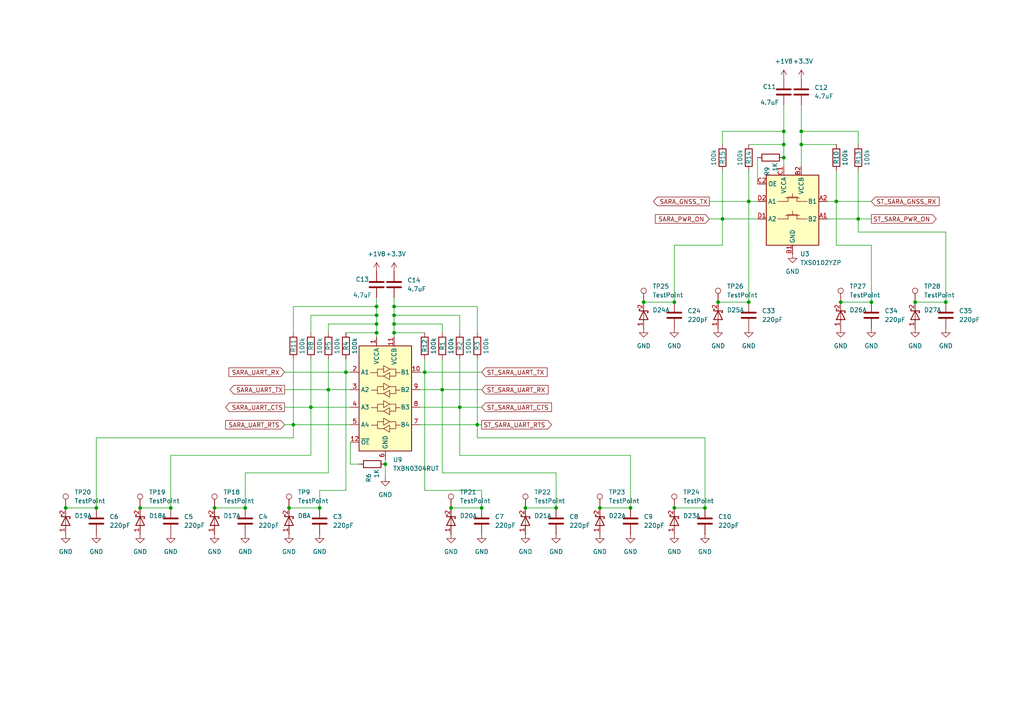
<source format=kicad_sch>
(kicad_sch (version 20231120) (generator "eeschema") (generator_version "8.0")
  (paper "A4")
  (lib_symbols
    (symbol "Connector:TestPoint" (pin_numbers hide) (pin_names (offset 0.762) hide)
      (property "Reference" "TP" (at 0 6.858 0))
      (property "Value" "TestPoint" (at 0 5.08 0))
      (symbol "TestPoint_0_1"
        (circle (center 0 3.302) (radius 0.762))
      )
      (symbol "TestPoint_1_1"
        (pin passive line (at 0 0 90) (length 2.54) (name "1") (number "1"))
      )
    )
    (symbol "Device:C" (pin_numbers hide) (pin_names (offset 0.254))
      (property "Reference" "C" (at 0.635 2.54 0))
      (property "Value" "C" (at 0.635 -2.54 0))
      (symbol "C_0_1"
        (polyline (pts (xy -2.032 -0.762) (xy 2.032 -0.762)) (stroke (width 0.508)))
        (polyline (pts (xy -2.032 0.762) (xy 2.032 0.762)) (stroke (width 0.508)))
      )
      (symbol "C_1_1"
        (pin passive line (at 0 3.81 270) (length 2.794) (name "~") (number "1"))
        (pin passive line (at 0 -3.81 90) (length 2.794) (name "~") (number "2"))
      )
    )
    (symbol "Device:D_Schottky_Dual_CommonAnode_AKK_Split" (pin_names (offset 0.762) hide)
      (property "Reference" "D" (at 0 2.54 0))
      (property "Value" "D_Schottky_Dual_CommonAnode_AKK_Split" (at 0 -2.54 0))
      (symbol "D_Schottky_Dual_CommonAnode_AKK_Split_0_1"
        (polyline (pts (xy 1.27 0) (xy -1.27 0)))
        (polyline (pts (xy -1.27 1.27) (xy 1.27 0) (xy -1.27 -1.27) (xy -1.27 1.27) (xy -1.27 1.27) (xy -1.27 1.27)) (stroke (width 0.254)))
        (polyline (pts (xy 1.778 1.016) (xy 1.778 1.27) (xy 1.27 1.27) (xy 1.27 -1.27) (xy 0.762 -1.27) (xy 0.762 -1.016)) (stroke (width 0.254)))
        (pin passive line (at -3.81 0 0) (length 2.54) (name "A") (number "1"))
      )
      (symbol "D_Schottky_Dual_CommonAnode_AKK_Split_1_1"
        (pin passive line (at 3.81 0 180) (length 2.54) (name "K") (number "2"))
      )
      (symbol "D_Schottky_Dual_CommonAnode_AKK_Split_2_1"
        (pin passive line (at 3.81 0 180) (length 2.54) (name "K") (number "3"))
      )
    )
    (symbol "Device:R" (pin_numbers hide) (pin_names (offset 0))
      (property "Reference" "R" (at 2.032 0 90))
      (property "Value" "R" (at 0 0 90))
      (symbol "R_0_1"
        (rectangle (start -1.016 -2.54) (end 1.016 2.54) (stroke (width 0.254)))
      )
      (symbol "R_1_1"
        (pin passive line (at 0 3.81 270) (length 1.27) (name "~") (number "1"))
        (pin passive line (at 0 -3.81 90) (length 1.27) (name "~") (number "2"))
      )
    )
    (symbol "Logic_LevelTranslator:TXBN0304RUT"
      (property "Reference" "U" (at -6.35 16.51 0))
      (property "Value" "TXBN0304RUT" (at 3.81 16.51 0))
      (symbol "TXBN0304RUT_0_1"
        (rectangle (start -7.62 15.24) (end 7.62 -15.24) (stroke (width 0.254)) (fill (type background)))
        (polyline (pts (xy -2.286 -7.747) (xy -2.286 -6.731) (xy -0.508 -6.731)))
        (polyline (pts (xy -2.286 -2.667) (xy -2.286 -1.651) (xy -0.508 -1.651)))
        (polyline (pts (xy -2.286 2.413) (xy -2.286 3.429) (xy -0.508 3.429)))
        (polyline (pts (xy -2.286 7.493) (xy -2.286 8.509) (xy -0.508 8.509)))
        (polyline (pts (xy 3.048 -7.747) (xy 3.048 -8.763) (xy 1.27 -8.763)))
        (polyline (pts (xy 3.048 -2.667) (xy 3.048 -3.683) (xy 1.27 -3.683)))
        (polyline (pts (xy 3.048 2.413) (xy 3.048 1.397) (xy 1.27 1.397)))
        (polyline (pts (xy 3.048 7.493) (xy 3.048 6.477) (xy 1.27 6.477)))
        (polyline (pts (xy -0.508 -8.763) (xy -2.286 -8.763) (xy -2.286 -7.747) (xy -4.064 -7.747)))
        (polyline (pts (xy -0.508 -8.763) (xy 1.27 -7.747) (xy 1.27 -9.779) (xy -0.508 -8.763)))
        (polyline (pts (xy -0.508 -3.683) (xy -2.286 -3.683) (xy -2.286 -2.667) (xy -4.064 -2.667)))
        (polyline (pts (xy -0.508 -3.683) (xy 1.27 -2.667) (xy 1.27 -4.699) (xy -0.508 -3.683)))
        (polyline (pts (xy -0.508 1.397) (xy -2.286 1.397) (xy -2.286 2.413) (xy -4.064 2.413)))
        (polyline (pts (xy -0.508 1.397) (xy 1.27 2.413) (xy 1.27 0.381) (xy -0.508 1.397)))
        (polyline (pts (xy -0.508 6.477) (xy -2.286 6.477) (xy -2.286 7.493) (xy -4.318 7.493)))
        (polyline (pts (xy -0.508 6.477) (xy 1.27 7.493) (xy 1.27 5.461) (xy -0.508 6.477)))
        (polyline (pts (xy 1.27 -6.731) (xy -0.508 -7.747) (xy -0.508 -5.715) (xy 1.27 -6.731)))
        (polyline (pts (xy 1.27 -6.731) (xy 3.048 -6.731) (xy 3.048 -7.747) (xy 4.318 -7.747)))
        (polyline (pts (xy 1.27 -1.651) (xy -0.508 -2.667) (xy -0.508 -0.635) (xy 1.27 -1.651)))
        (polyline (pts (xy 1.27 -1.651) (xy 3.048 -1.651) (xy 3.048 -2.667) (xy 4.318 -2.667)))
        (polyline (pts (xy 1.27 3.429) (xy -0.508 2.413) (xy -0.508 4.445) (xy 1.27 3.429)))
        (polyline (pts (xy 1.27 3.429) (xy 3.048 3.429) (xy 3.048 2.413) (xy 4.318 2.413)))
        (polyline (pts (xy 1.27 8.509) (xy -0.508 7.493) (xy -0.508 9.525) (xy 1.27 8.509)))
        (polyline (pts (xy 1.27 8.509) (xy 3.048 8.509) (xy 3.048 7.493) (xy 4.318 7.493)))
      )
      (symbol "TXBN0304RUT_1_1"
        (pin power_in line (at -2.54 17.78 270) (length 2.54) (name "VCCA") (number "1"))
        (pin tri_state line (at 10.16 7.62 180) (length 2.54) (name "B1") (number "10"))
        (pin power_in line (at 2.54 17.78 270) (length 2.54) (name "VCCB") (number "11"))
        (pin input line (at -10.16 -12.7 0) (length 2.54) (name "~{OE}") (number "12"))
        (pin tri_state line (at -10.16 7.62 0) (length 2.54) (name "A1") (number "2"))
        (pin tri_state line (at -10.16 2.54 0) (length 2.54) (name "A2") (number "3"))
        (pin tri_state line (at -10.16 -2.54 0) (length 2.54) (name "A3") (number "4"))
        (pin tri_state line (at -10.16 -7.62 0) (length 2.54) (name "A4") (number "5"))
        (pin power_in line (at 0 -17.78 90) (length 2.54) (name "GND") (number "6"))
        (pin tri_state line (at 10.16 -7.62 180) (length 2.54) (name "B4") (number "7"))
        (pin tri_state line (at 10.16 -2.54 180) (length 2.54) (name "B3") (number "8"))
        (pin tri_state line (at 10.16 2.54 180) (length 2.54) (name "B2") (number "9"))
      )
    )
    (symbol "Logic_LevelTranslator:TXS0102YZP"
      (property "Reference" "U" (at -6.35 11.43 0))
      (property "Value" "TXS0102YZP" (at 3.81 11.43 0))
      (symbol "TXS0102YZP_0_1"
        (rectangle (start -7.62 10.16) (end 7.62 -10.16) (stroke (width 0.254)) (fill (type background)))
        (polyline (pts (xy -4.318 -2.54) (xy -1.27 -2.54)))
        (polyline (pts (xy -2.032 -1.524) (xy 2.032 -1.524)))
        (polyline (pts (xy -1.524 -1.27) (xy 1.524 -1.27)))
        (polyline (pts (xy -1.27 -2.54) (xy -1.27 -1.524)))
        (polyline (pts (xy 0 -1.27) (xy 0 -0.254)))
        (polyline (pts (xy 1.27 -2.54) (xy 1.27 -1.524)))
        (polyline (pts (xy 4.318 -2.54) (xy 1.27 -2.54)))
      )
      (symbol "TXS0102YZP_1_1"
        (polyline (pts (xy -4.318 2.54) (xy -1.27 2.54)))
        (polyline (pts (xy -2.032 3.556) (xy 2.032 3.556)))
        (polyline (pts (xy -1.524 3.81) (xy 1.524 3.81)))
        (polyline (pts (xy -1.27 2.54) (xy -1.27 3.556)))
        (polyline (pts (xy 0 3.81) (xy 0 4.826)))
        (polyline (pts (xy 1.27 2.54) (xy 1.27 3.556)))
        (polyline (pts (xy 4.318 2.54) (xy 1.27 2.54)))
        (pin bidirectional line (at 10.16 -2.54 180) (length 2.54) (name "B2") (number "A1"))
        (pin bidirectional line (at 10.16 2.54 180) (length 2.54) (name "B1") (number "A2"))
        (pin power_in line (at 0 -12.7 90) (length 2.54) (name "GND") (number "B1"))
        (pin power_in line (at 2.54 12.7 270) (length 2.54) (name "VCCB") (number "B2"))
        (pin power_in line (at -2.54 12.7 270) (length 2.54) (name "VCCA") (number "C1"))
        (pin input line (at -10.16 7.62 0) (length 2.54) (name "OE") (number "C2"))
        (pin bidirectional line (at -10.16 -2.54 0) (length 2.54) (name "A2") (number "D1"))
        (pin bidirectional line (at -10.16 2.54 0) (length 2.54) (name "A1") (number "D2"))
      )
    )
    (symbol "power:+1V8" (power) (pin_numbers hide) (pin_names (offset 0) hide)
      (property "Value" "+1V8" (at 0 3.556 0))
      (symbol "+1V8_0_1"
        (polyline (pts (xy -0.762 1.27) (xy 0 2.54)))
        (polyline (pts (xy 0 0) (xy 0 2.54)))
        (polyline (pts (xy 0 2.54) (xy 0.762 1.27)))
      )
      (symbol "+1V8_1_1"
        (pin power_in line (at 0 0 90) (length 0) (name "~") (number "1"))
      )
    )
    (symbol "power:+3.3V" (power) (pin_numbers hide) (pin_names (offset 0) hide)
      (property "Value" "+3.3V" (at 0 3.556 0))
      (symbol "+3.3V_0_1"
        (polyline (pts (xy -0.762 1.27) (xy 0 2.54)))
        (polyline (pts (xy 0 0) (xy 0 2.54)))
        (polyline (pts (xy 0 2.54) (xy 0.762 1.27)))
      )
      (symbol "+3.3V_1_1"
        (pin power_in line (at 0 0 90) (length 0) (name "~") (number "1"))
      )
    )
    (symbol "power:GND" (power) (pin_numbers hide) (pin_names (offset 0) hide)
      (property "Value" "GND" (at 0 -3.81 0))
      (symbol "GND_0_1"
        (polyline (pts (xy 0 0) (xy 0 -1.27) (xy 1.27 -1.27) (xy 0 -2.54) (xy -1.27 -1.27) (xy 0 -1.27)))
      )
      (symbol "GND_1_1"
        (pin power_in line (at 0 0 270) (length 0) (name "~") (number "1"))
      )
    )
  )
  (junction (at 130.81 147.32))
  (junction (at 217.17 58.42))
  (junction (at 71.12 147.32))
  (junction (at 139.7 147.32))
  (junction (at 85.09 123.19))
  (junction (at 227.33 38.1))
  (junction (at 195.58 87.63))
  (junction (at 204.47 147.32))
  (junction (at 186.69 87.63))
  (junction (at 232.41 38.1))
  (junction (at 182.88 147.32))
  (junction (at 114.3 91.44))
  (junction (at 49.53 147.32))
  (junction (at 161.29 147.32))
  (junction (at 90.17 118.11))
  (junction (at 133.35 118.11))
  (junction (at 109.22 91.44))
  (junction (at 248.92 63.5))
  (junction (at 95.25 113.03))
  (junction (at 232.41 41.91))
  (junction (at 208.28 87.63))
  (junction (at 123.19 107.95))
  (junction (at 109.22 96.52))
  (junction (at 209.55 63.5))
  (junction (at 274.32 87.63))
  (junction (at 109.22 93.98))
  (junction (at 114.3 96.52))
  (junction (at 111.76 134.62))
  (junction (at 128.27 113.03))
  (junction (at 114.3 88.9))
  (junction (at 109.22 88.9))
  (junction (at 173.99 147.32))
  (junction (at 243.84 87.63))
  (junction (at 152.4 147.32))
  (junction (at 265.43 87.63))
  (junction (at 227.33 41.91))
  (junction (at 27.94 147.32))
  (junction (at 242.57 58.42))
  (junction (at 138.43 123.19))
  (junction (at 227.33 45.72))
  (junction (at 100.33 107.95))
  (junction (at 114.3 93.98))
  (junction (at 252.73 87.63))
  (junction (at 40.64 147.32))
  (junction (at 83.82 147.32))
  (junction (at 19.05 147.32))
  (junction (at 62.23 147.32))
  (junction (at 217.17 87.63))
  (junction (at 92.71 147.32))
  (junction (at 195.58 147.32))
  (wire (pts (xy 95.25 137.16) (xy 71.12 137.16)))
  (wire (pts (xy 109.22 96.52) (xy 109.22 97.79)))
  (wire (pts (xy 274.32 87.63) (xy 265.43 87.63)))
  (wire (pts (xy 90.17 91.44) (xy 109.22 91.44)))
  (wire (pts (xy 100.33 107.95) (xy 100.33 142.24)))
  (wire (pts (xy 138.43 123.19) (xy 138.43 127)))
  (wire (pts (xy 90.17 118.11) (xy 90.17 132.08)))
  (wire (pts (xy 121.92 113.03) (xy 128.27 113.03)))
  (wire (pts (xy 138.43 104.14) (xy 138.43 123.19)))
  (wire (pts (xy 133.35 118.11) (xy 133.35 132.08)))
  (wire (pts (xy 209.55 63.5) (xy 219.71 63.5)))
  (wire (pts (xy 90.17 104.14) (xy 90.17 118.11)))
  (wire (pts (xy 252.73 71.12) (xy 252.73 87.63)))
  (wire (pts (xy 161.29 137.16) (xy 161.29 147.32)))
  (wire (pts (xy 195.58 87.63) (xy 186.69 87.63)))
  (wire (pts (xy 217.17 49.53) (xy 217.17 58.42)))
  (wire (pts (xy 100.33 142.24) (xy 92.71 142.24)))
  (wire (pts (xy 114.3 86.36) (xy 114.3 88.9)))
  (wire (pts (xy 128.27 137.16) (xy 161.29 137.16)))
  (wire (pts (xy 128.27 113.03) (xy 128.27 137.16)))
  (wire (pts (xy 242.57 58.42) (xy 242.57 71.12)))
  (wire (pts (xy 248.92 38.1) (xy 232.41 38.1)))
  (wire (pts (xy 95.25 96.52) (xy 95.25 93.98)))
  (wire (pts (xy 133.35 118.11) (xy 139.7 118.11)))
  (wire (pts (xy 209.55 41.91) (xy 209.55 38.1)))
  (wire (pts (xy 100.33 96.52) (xy 109.22 96.52)))
  (wire (pts (xy 100.33 107.95) (xy 101.6 107.95)))
  (wire (pts (xy 85.09 127) (xy 27.94 127)))
  (wire (pts (xy 95.25 104.14) (xy 95.25 113.03)))
  (wire (pts (xy 242.57 49.53) (xy 242.57 58.42)))
  (wire (pts (xy 90.17 118.11) (xy 101.6 118.11)))
  (wire (pts (xy 232.41 41.91) (xy 242.57 41.91)))
  (wire (pts (xy 92.71 142.24) (xy 92.71 147.32)))
  (wire (pts (xy 232.41 41.91) (xy 232.41 48.26)))
  (wire (pts (xy 128.27 104.14) (xy 128.27 113.03)))
  (wire (pts (xy 248.92 41.91) (xy 248.92 38.1)))
  (wire (pts (xy 92.71 147.32) (xy 83.82 147.32)))
  (wire (pts (xy 121.92 107.95) (xy 123.19 107.95)))
  (wire (pts (xy 133.35 91.44) (xy 114.3 91.44)))
  (wire (pts (xy 82.55 123.19) (xy 85.09 123.19)))
  (wire (pts (xy 182.88 147.32) (xy 173.99 147.32)))
  (wire (pts (xy 133.35 96.52) (xy 133.35 91.44)))
  (wire (pts (xy 217.17 58.42) (xy 217.17 87.63)))
  (wire (pts (xy 240.03 58.42) (xy 242.57 58.42)))
  (wire (pts (xy 49.53 132.08) (xy 49.53 147.32)))
  (wire (pts (xy 109.22 93.98) (xy 109.22 96.52)))
  (wire (pts (xy 71.12 147.32) (xy 62.23 147.32)))
  (wire (pts (xy 111.76 133.35) (xy 111.76 134.62)))
  (wire (pts (xy 123.19 104.14) (xy 123.19 107.95)))
  (wire (pts (xy 95.25 113.03) (xy 101.6 113.03)))
  (wire (pts (xy 182.88 132.08) (xy 182.88 147.32)))
  (wire (pts (xy 232.41 30.48) (xy 232.41 38.1)))
  (wire (pts (xy 204.47 147.32) (xy 195.58 147.32)))
  (wire (pts (xy 227.33 41.91) (xy 227.33 45.72)))
  (wire (pts (xy 138.43 127) (xy 204.47 127)))
  (wire (pts (xy 49.53 147.32) (xy 40.64 147.32)))
  (wire (pts (xy 85.09 123.19) (xy 101.6 123.19)))
  (wire (pts (xy 85.09 123.19) (xy 85.09 127)))
  (wire (pts (xy 71.12 137.16) (xy 71.12 147.32)))
  (wire (pts (xy 217.17 41.91) (xy 227.33 41.91)))
  (wire (pts (xy 252.73 87.63) (xy 243.84 87.63)))
  (wire (pts (xy 109.22 88.9) (xy 109.22 91.44)))
  (wire (pts (xy 240.03 63.5) (xy 248.92 63.5)))
  (wire (pts (xy 114.3 88.9) (xy 114.3 91.44)))
  (wire (pts (xy 205.74 58.42) (xy 217.17 58.42)))
  (wire (pts (xy 100.33 104.14) (xy 100.33 107.95)))
  (wire (pts (xy 121.92 123.19) (xy 138.43 123.19)))
  (wire (pts (xy 95.25 93.98) (xy 109.22 93.98)))
  (wire (pts (xy 138.43 96.52) (xy 138.43 88.9)))
  (wire (pts (xy 138.43 88.9) (xy 114.3 88.9)))
  (wire (pts (xy 242.57 71.12) (xy 252.73 71.12)))
  (wire (pts (xy 232.41 38.1) (xy 232.41 41.91)))
  (wire (pts (xy 85.09 104.14) (xy 85.09 123.19)))
  (wire (pts (xy 121.92 118.11) (xy 133.35 118.11)))
  (wire (pts (xy 227.33 30.48) (xy 227.33 38.1)))
  (wire (pts (xy 139.7 147.32) (xy 130.81 147.32)))
  (wire (pts (xy 123.19 107.95) (xy 123.19 142.24)))
  (wire (pts (xy 109.22 91.44) (xy 109.22 93.98)))
  (wire (pts (xy 274.32 67.31) (xy 274.32 87.63)))
  (wire (pts (xy 27.94 127) (xy 27.94 147.32)))
  (wire (pts (xy 101.6 134.62) (xy 104.14 134.62)))
  (wire (pts (xy 138.43 123.19) (xy 139.7 123.19)))
  (wire (pts (xy 101.6 128.27) (xy 101.6 134.62)))
  (wire (pts (xy 85.09 96.52) (xy 85.09 88.9)))
  (wire (pts (xy 133.35 132.08) (xy 182.88 132.08)))
  (wire (pts (xy 209.55 38.1) (xy 227.33 38.1)))
  (wire (pts (xy 139.7 142.24) (xy 139.7 147.32)))
  (wire (pts (xy 217.17 58.42) (xy 219.71 58.42)))
  (wire (pts (xy 248.92 63.5) (xy 252.73 63.5)))
  (wire (pts (xy 128.27 93.98) (xy 114.3 93.98)))
  (wire (pts (xy 128.27 96.52) (xy 128.27 93.98)))
  (wire (pts (xy 128.27 113.03) (xy 139.7 113.03)))
  (wire (pts (xy 204.47 127) (xy 204.47 147.32)))
  (wire (pts (xy 205.74 63.5) (xy 209.55 63.5)))
  (wire (pts (xy 123.19 142.24) (xy 139.7 142.24)))
  (wire (pts (xy 227.33 48.26) (xy 227.33 45.72)))
  (wire (pts (xy 209.55 49.53) (xy 209.55 63.5)))
  (wire (pts (xy 90.17 96.52) (xy 90.17 91.44)))
  (wire (pts (xy 85.09 88.9) (xy 109.22 88.9)))
  (wire (pts (xy 95.25 113.03) (xy 95.25 137.16)))
  (wire (pts (xy 123.19 107.95) (xy 139.7 107.95)))
  (wire (pts (xy 209.55 71.12) (xy 195.58 71.12)))
  (wire (pts (xy 109.22 86.36) (xy 109.22 88.9)))
  (wire (pts (xy 114.3 91.44) (xy 114.3 93.98)))
  (wire (pts (xy 27.94 147.32) (xy 19.05 147.32)))
  (wire (pts (xy 227.33 38.1) (xy 227.33 41.91)))
  (wire (pts (xy 82.55 107.95) (xy 100.33 107.95)))
  (wire (pts (xy 82.55 118.11) (xy 90.17 118.11)))
  (wire (pts (xy 195.58 71.12) (xy 195.58 87.63)))
  (wire (pts (xy 161.29 147.32) (xy 152.4 147.32)))
  (wire (pts (xy 248.92 49.53) (xy 248.92 63.5)))
  (wire (pts (xy 209.55 63.5) (xy 209.55 71.12)))
  (wire (pts (xy 248.92 63.5) (xy 248.92 67.31)))
  (wire (pts (xy 90.17 132.08) (xy 49.53 132.08)))
  (wire (pts (xy 114.3 93.98) (xy 114.3 96.52)))
  (wire (pts (xy 242.57 58.42) (xy 252.73 58.42)))
  (wire (pts (xy 82.55 113.03) (xy 95.25 113.03)))
  (wire (pts (xy 111.76 134.62) (xy 111.76 138.43)))
  (wire (pts (xy 248.92 67.31) (xy 274.32 67.31)))
  (wire (pts (xy 219.71 45.72) (xy 219.71 53.34)))
  (wire (pts (xy 114.3 96.52) (xy 123.19 96.52)))
  (wire (pts (xy 114.3 96.52) (xy 114.3 97.79)))
  (wire (pts (xy 133.35 104.14) (xy 133.35 118.11)))
  (wire (pts (xy 217.17 87.63) (xy 208.28 87.63)))
  (global_label "ST_SARA_UART_CTS" (shape input) (at 139.7 118.11 0) (property "Intersheetrefs" "${INTERSHEET_REFS}" (effects (hide yes))))
  (global_label "SARA_UART_RX" (shape input) (at 82.55 107.95 180) (property "Intersheetrefs" "${INTERSHEET_REFS}" (effects (hide yes))))
  (global_label "ST_SARA_UART_RX" (shape input) (at 139.7 113.03 0) (property "Intersheetrefs" "${INTERSHEET_REFS}" (effects (hide yes))))
  (global_label "ST_SARA_PWR_ON" (shape output) (at 252.73 63.5 0) (property "Intersheetrefs" "${INTERSHEET_REFS}" (effects (hide yes))))
  (global_label "SARA_PWR_ON" (shape input) (at 205.74 63.5 180) (property "Intersheetrefs" "${INTERSHEET_REFS}" (effects (hide yes))))
  (global_label "SARA_GNSS_TX" (shape output) (at 205.74 58.42 180) (property "Intersheetrefs" "${INTERSHEET_REFS}" (effects (hide yes))))
  (global_label "ST_SARA_UART_TX" (shape input) (at 139.7 107.95 0) (property "Intersheetrefs" "${INTERSHEET_REFS}" (effects (hide yes))))
  (global_label "SARA_UART_RTS" (shape input) (at 82.55 123.19 180) (property "Intersheetrefs" "${INTERSHEET_REFS}" (effects (hide yes))))
  (global_label "ST_SARA_GNSS_RX" (shape input) (at 252.73 58.42 0) (property "Intersheetrefs" "${INTERSHEET_REFS}" (effects (hide yes))))
  (global_label "SARA_UART_CTS" (shape output) (at 82.55 118.11 180) (property "Intersheetrefs" "${INTERSHEET_REFS}" (effects (hide yes))))
  (global_label "ST_SARA_UART_RTS" (shape output) (at 139.7 123.19 0) (property "Intersheetrefs" "${INTERSHEET_REFS}" (effects (hide yes))))
  (global_label "SARA_UART_TX" (shape output) (at 82.55 113.03 180) (property "Intersheetrefs" "${INTERSHEET_REFS}" (effects (hide yes))))
  (symbol (lib_id "Device:D_Schottky_Dual_CommonAnode_AKK_Split") (at 130.81 151.13 90) (unit 1)
    (property "Reference" "D20" (at 133.35 149.6059 90) (effects (justify right)))
    (property "Value" "D_Schottky_Dual_CommonAnode_AKK_Split" (effects (hide yes)))
    (property "Footprint" "Diode_SMD:D_0201_0603Metric_Pad0.64x0.40mm_HandSolder" (effects (hide yes)))
    (property "Description" "Dual Schottky diode, common anode on pin 1" (effects (hide yes)))
  )
  (symbol (lib_id "Device:C") (at 92.71 151.13 0) (unit 1)
    (property "Reference" "C3" (at 96.52 149.8599 0) (effects (justify left)))
    (property "Value" "220pF" (at 96.52 152.3999 0) (effects (justify left)))
    (property "Footprint" "Capacitor_SMD:C_0201_0603Metric_Pad0.64x0.40mm_HandSolder" (effects (hide yes)))
    (property "Description" "Unpolarized capacitor" (effects (hide yes)))
  )
  (symbol (lib_id "power:GND") (at 208.28 95.25 0) (unit 1)
    (property "Reference" "#PWR080" (effects (hide yes)))
    (property "Value" "GND" (at 208.28 100.33 0))
    (property "Description" "Power symbol creates a global label with name \"GND\" , ground" (effects (hide yes)))
  )
  (symbol (lib_id "power:GND") (at 19.05 154.94 0) (unit 1)
    (property "Reference" "#PWR024" (effects (hide yes)))
    (property "Value" "GND" (at 19.05 160.02 0))
    (property "Description" "Power symbol creates a global label with name \"GND\" , ground" (effects (hide yes)))
  )
  (symbol (lib_id "Device:R") (at 100.33 100.33 180) (unit 1)
    (property "Reference" "R4" (at 100.33 100.33 90))
    (property "Value" "100k" (at 102.87 100.33 90))
    (property "Footprint" "Resistor_SMD:R_0201_0603Metric_Pad0.64x0.40mm_HandSolder" (effects (hide yes)))
    (property "Description" "Resistor" (effects (hide yes)))
  )
  (symbol (lib_id "Device:C") (at 195.58 91.44 0) (unit 1)
    (property "Reference" "C24" (at 199.39 90.1699 0) (effects (justify left)))
    (property "Value" "220pF" (at 199.39 92.7099 0) (effects (justify left)))
    (property "Footprint" "Capacitor_SMD:C_0201_0603Metric_Pad0.64x0.40mm_HandSolder" (effects (hide yes)))
    (property "Description" "Unpolarized capacitor" (effects (hide yes)))
  )
  (symbol (lib_id "Device:D_Schottky_Dual_CommonAnode_AKK_Split") (at 243.84 91.44 90) (unit 1)
    (property "Reference" "D26" (at 246.38 89.9159 90) (effects (justify right)))
    (property "Value" "D_Schottky_Dual_CommonAnode_AKK_Split" (effects (hide yes)))
    (property "Footprint" "Diode_SMD:D_0201_0603Metric_Pad0.64x0.40mm_HandSolder" (effects (hide yes)))
    (property "Description" "Dual Schottky diode, common anode on pin 1" (effects (hide yes)))
  )
  (symbol (lib_id "power:GND") (at 182.88 154.94 0) (unit 1)
    (property "Reference" "#PWR031" (effects (hide yes)))
    (property "Value" "GND" (at 182.88 160.02 0))
    (property "Description" "Power symbol creates a global label with name \"GND\" , ground" (effects (hide yes)))
  )
  (symbol (lib_id "Device:C") (at 114.3 82.55 0) (unit 1)
    (property "Reference" "C14" (at 118.11 81.2799 0) (effects (justify left)))
    (property "Value" "4.7uF" (at 118.11 83.8199 0) (effects (justify left)))
    (property "Footprint" "Capacitor_SMD:C_0201_0603Metric_Pad0.64x0.40mm_HandSolder" (effects (hide yes)))
    (property "Description" "Unpolarized capacitor" (effects (hide yes)))
  )
  (symbol (lib_id "power:GND") (at 252.73 95.25 0) (unit 1)
    (property "Reference" "#PWR083" (effects (hide yes)))
    (property "Value" "GND" (at 252.73 100.33 0))
    (property "Description" "Power symbol creates a global label with name \"GND\" , ground" (effects (hide yes)))
  )
  (symbol (lib_id "Device:D_Schottky_Dual_CommonAnode_AKK_Split") (at 40.64 151.13 90) (unit 1)
    (property "Reference" "D18" (at 43.18 149.6059 90) (effects (justify right)))
    (property "Value" "D_Schottky_Dual_CommonAnode_AKK_Split" (effects (hide yes)))
    (property "Footprint" "Diode_SMD:D_0201_0603Metric_Pad0.64x0.40mm_HandSolder" (effects (hide yes)))
    (property "Description" "Dual Schottky diode, common anode on pin 1" (effects (hide yes)))
  )
  (symbol (lib_id "Device:R") (at 133.35 100.33 180) (unit 1)
    (property "Reference" "R2" (at 133.35 100.33 90))
    (property "Value" "100k" (at 135.89 100.33 90))
    (property "Footprint" "Resistor_SMD:R_0201_0603Metric_Pad0.64x0.40mm_HandSolder" (effects (hide yes)))
    (property "Description" "Resistor" (effects (hide yes)))
  )
  (symbol (lib_id "power:GND") (at 195.58 95.25 0) (unit 1)
    (property "Reference" "#PWR079" (effects (hide yes)))
    (property "Value" "GND" (at 195.58 100.33 0))
    (property "Description" "Power symbol creates a global label with name \"GND\" , ground" (effects (hide yes)))
  )
  (symbol (lib_id "power:GND") (at 152.4 154.94 0) (unit 1)
    (property "Reference" "#PWR028" (effects (hide yes)))
    (property "Value" "GND" (at 152.4 160.02 0))
    (property "Description" "Power symbol creates a global label with name \"GND\" , ground" (effects (hide yes)))
  )
  (symbol (lib_id "Device:C") (at 252.73 91.44 0) (unit 1)
    (property "Reference" "C34" (at 256.54 90.1699 0) (effects (justify left)))
    (property "Value" "220pF" (at 256.54 92.7099 0) (effects (justify left)))
    (property "Footprint" "Capacitor_SMD:C_0201_0603Metric_Pad0.64x0.40mm_HandSolder" (effects (hide yes)))
    (property "Description" "Unpolarized capacitor" (effects (hide yes)))
  )
  (symbol (lib_id "power:GND") (at 92.71 154.94 0) (unit 1)
    (property "Reference" "#PWR03" (effects (hide yes)))
    (property "Value" "GND" (at 92.71 160.02 0))
    (property "Description" "Power symbol creates a global label with name \"GND\" , ground" (effects (hide yes)))
  )
  (symbol (lib_id "Device:D_Schottky_Dual_CommonAnode_AKK_Split") (at 152.4 151.13 90) (unit 1)
    (property "Reference" "D21" (at 154.94 149.6059 90) (effects (justify right)))
    (property "Value" "D_Schottky_Dual_CommonAnode_AKK_Split" (effects (hide yes)))
    (property "Footprint" "Diode_SMD:D_0201_0603Metric_Pad0.64x0.40mm_HandSolder" (effects (hide yes)))
    (property "Description" "Dual Schottky diode, common anode on pin 1" (effects (hide yes)))
  )
  (symbol (lib_id "Device:C") (at 217.17 91.44 0) (unit 1)
    (property "Reference" "C33" (at 220.98 90.1699 0) (effects (justify left)))
    (property "Value" "220pF" (at 220.98 92.7099 0) (effects (justify left)))
    (property "Footprint" "Capacitor_SMD:C_0201_0603Metric_Pad0.64x0.40mm_HandSolder" (effects (hide yes)))
    (property "Description" "Unpolarized capacitor" (effects (hide yes)))
  )
  (symbol (lib_id "power:GND") (at 71.12 154.94 0) (unit 1)
    (property "Reference" "#PWR021" (effects (hide yes)))
    (property "Value" "GND" (at 71.12 160.02 0))
    (property "Description" "Power symbol creates a global label with name \"GND\" , ground" (effects (hide yes)))
  )
  (symbol (lib_id "Connector:TestPoint") (at 83.82 147.32 0) (unit 1)
    (property "Reference" "TP9" (at 86.36 142.7479 0) (effects (justify left)))
    (property "Value" "TestPoint" (at 86.36 145.2879 0) (effects (justify left)))
    (property "Footprint" "TestPoint:TestPoint_Pad_1.0x1.0mm" (effects (hide yes)))
    (property "Description" "test point" (effects (hide yes)))
  )
  (symbol (lib_id "Device:D_Schottky_Dual_CommonAnode_AKK_Split") (at 19.05 151.13 90) (unit 1)
    (property "Reference" "D19" (at 21.59 149.6059 90) (effects (justify right)))
    (property "Value" "D_Schottky_Dual_CommonAnode_AKK_Split" (effects (hide yes)))
    (property "Footprint" "Diode_SMD:D_0201_0603Metric_Pad0.64x0.40mm_HandSolder" (effects (hide yes)))
    (property "Description" "Dual Schottky diode, common anode on pin 1" (effects (hide yes)))
  )
  (symbol (lib_id "Device:C") (at 274.32 91.44 0) (unit 1)
    (property "Reference" "C35" (at 278.13 90.1699 0) (effects (justify left)))
    (property "Value" "220pF" (at 278.13 92.7099 0) (effects (justify left)))
    (property "Footprint" "Capacitor_SMD:C_0201_0603Metric_Pad0.64x0.40mm_HandSolder" (effects (hide yes)))
    (property "Description" "Unpolarized capacitor" (effects (hide yes)))
  )
  (symbol (lib_id "power:+1V8") (at 109.22 78.74 0) (unit 1)
    (property "Reference" "#PWR039" (effects (hide yes)))
    (property "Value" "+1V8" (at 109.22 73.66 0))
    (property "Description" "Power symbol creates a global label with name \"+1V8\"" (effects (hide yes)))
  )
  (symbol (lib_id "Connector:TestPoint") (at 243.84 87.63 0) (unit 1)
    (property "Reference" "TP27" (at 246.38 83.0579 0) (effects (justify left)))
    (property "Value" "TestPoint" (at 246.38 85.5979 0) (effects (justify left)))
    (property "Footprint" "TestPoint:TestPoint_Pad_1.0x1.0mm" (effects (hide yes)))
    (property "Description" "test point" (effects (hide yes)))
  )
  (symbol (lib_id "Device:D_Schottky_Dual_CommonAnode_AKK_Split") (at 195.58 151.13 90) (unit 1)
    (property "Reference" "D23" (at 198.12 149.6059 90) (effects (justify right)))
    (property "Value" "D_Schottky_Dual_CommonAnode_AKK_Split" (effects (hide yes)))
    (property "Footprint" "Diode_SMD:D_0201_0603Metric_Pad0.64x0.40mm_HandSolder" (effects (hide yes)))
    (property "Description" "Dual Schottky diode, common anode on pin 1" (effects (hide yes)))
  )
  (symbol (lib_id "Device:R") (at 242.57 45.72 180) (unit 1)
    (property "Reference" "R10" (at 242.57 45.72 90))
    (property "Value" "100k" (at 245.11 45.72 90))
    (property "Footprint" "Resistor_SMD:R_0201_0603Metric_Pad0.64x0.40mm_HandSolder" (effects (hide yes)))
    (property "Description" "Resistor" (effects (hide yes)))
  )
  (symbol (lib_id "Device:R") (at 217.17 45.72 0) (unit 1)
    (property "Reference" "R14" (at 217.17 45.72 90))
    (property "Value" "100k" (at 214.63 45.72 90))
    (property "Footprint" "Resistor_SMD:R_0201_0603Metric_Pad0.64x0.40mm_HandSolder" (effects (hide yes)))
    (property "Description" "Resistor" (effects (hide yes)))
  )
  (symbol (lib_id "Device:C") (at 232.41 26.67 0) (unit 1)
    (property "Reference" "C12" (at 236.22 25.3999 0) (effects (justify left)))
    (property "Value" "4.7uF" (at 236.22 27.9399 0) (effects (justify left)))
    (property "Footprint" "Capacitor_SMD:C_0201_0603Metric_Pad0.64x0.40mm_HandSolder" (effects (hide yes)))
    (property "Description" "Unpolarized capacitor" (effects (hide yes)))
  )
  (symbol (lib_id "Device:R") (at 209.55 45.72 0) (unit 1)
    (property "Reference" "R15" (at 209.55 45.72 90))
    (property "Value" "100k" (at 207.01 45.72 90))
    (property "Footprint" "Resistor_SMD:R_0201_0603Metric_Pad0.64x0.40mm_HandSolder" (effects (hide yes)))
    (property "Description" "Resistor" (effects (hide yes)))
  )
  (symbol (lib_id "Device:R") (at 223.52 45.72 90) (unit 1)
    (property "Reference" "R9" (at 222.504 51.054 0) (effects (justify left)))
    (property "Value" "1K" (at 224.79 49.784 0) (effects (justify left)))
    (property "Footprint" "Resistor_SMD:R_0201_0603Metric_Pad0.64x0.40mm_HandSolder" (effects (hide yes)))
    (property "Description" "Resistor" (effects (hide yes)))
  )
  (symbol (lib_id "power:GND") (at 265.43 95.25 0) (unit 1)
    (property "Reference" "#PWR084" (effects (hide yes)))
    (property "Value" "GND" (at 265.43 100.33 0))
    (property "Description" "Power symbol creates a global label with name \"GND\" , ground" (effects (hide yes)))
  )
  (symbol (lib_id "Connector:TestPoint") (at 195.58 147.32 0) (unit 1)
    (property "Reference" "TP24" (at 198.12 142.7479 0) (effects (justify left)))
    (property "Value" "TestPoint" (at 198.12 145.2879 0) (effects (justify left)))
    (property "Footprint" "TestPoint:TestPoint_Pad_1.0x1.0mm" (effects (hide yes)))
    (property "Description" "test point" (effects (hide yes)))
  )
  (symbol (lib_id "power:GND") (at 27.94 154.94 0) (unit 1)
    (property "Reference" "#PWR025" (effects (hide yes)))
    (property "Value" "GND" (at 27.94 160.02 0))
    (property "Description" "Power symbol creates a global label with name \"GND\" , ground" (effects (hide yes)))
  )
  (symbol (lib_id "Connector:TestPoint") (at 186.69 87.63 0) (unit 1)
    (property "Reference" "TP25" (at 189.23 83.0579 0) (effects (justify left)))
    (property "Value" "TestPoint" (at 189.23 85.5979 0) (effects (justify left)))
    (property "Footprint" "TestPoint:TestPoint_Pad_1.0x1.0mm" (effects (hide yes)))
    (property "Description" "test point" (effects (hide yes)))
  )
  (symbol (lib_id "power:GND") (at 130.81 154.94 0) (unit 1)
    (property "Reference" "#PWR026" (effects (hide yes)))
    (property "Value" "GND" (at 130.81 160.02 0))
    (property "Description" "Power symbol creates a global label with name \"GND\" , ground" (effects (hide yes)))
  )
  (symbol (lib_id "Device:R") (at 95.25 100.33 180) (unit 1)
    (property "Reference" "R5" (at 95.25 100.33 90))
    (property "Value" "100k" (at 97.79 100.33 90))
    (property "Footprint" "Resistor_SMD:R_0201_0603Metric_Pad0.64x0.40mm_HandSolder" (effects (hide yes)))
    (property "Description" "Resistor" (effects (hide yes)))
  )
  (symbol (lib_id "Device:C") (at 139.7 151.13 0) (unit 1)
    (property "Reference" "C7" (at 143.51 149.8599 0) (effects (justify left)))
    (property "Value" "220pF" (at 143.51 152.3999 0) (effects (justify left)))
    (property "Footprint" "Capacitor_SMD:C_0201_0603Metric_Pad0.64x0.40mm_HandSolder" (effects (hide yes)))
    (property "Description" "Unpolarized capacitor" (effects (hide yes)))
  )
  (symbol (lib_id "Connector:TestPoint") (at 208.28 87.63 0) (unit 1)
    (property "Reference" "TP26" (at 210.82 83.0579 0) (effects (justify left)))
    (property "Value" "TestPoint" (at 210.82 85.5979 0) (effects (justify left)))
    (property "Footprint" "TestPoint:TestPoint_Pad_1.0x1.0mm" (effects (hide yes)))
    (property "Description" "test point" (effects (hide yes)))
  )
  (symbol (lib_id "Connector:TestPoint") (at 152.4 147.32 0) (unit 1)
    (property "Reference" "TP22" (at 154.94 142.7479 0) (effects (justify left)))
    (property "Value" "TestPoint" (at 154.94 145.2879 0) (effects (justify left)))
    (property "Footprint" "TestPoint:TestPoint_Pad_1.0x1.0mm" (effects (hide yes)))
    (property "Description" "test point" (effects (hide yes)))
  )
  (symbol (lib_id "Device:D_Schottky_Dual_CommonAnode_AKK_Split") (at 265.43 91.44 90) (unit 1)
    (property "Reference" "D27" (at 267.97 89.9159 90) (effects (justify right)))
    (property "Value" "D_Schottky_Dual_CommonAnode_AKK_Split" (effects (hide yes)))
    (property "Footprint" "Diode_SMD:D_0201_0603Metric_Pad0.64x0.40mm_HandSolder" (effects (hide yes)))
    (property "Description" "Dual Schottky diode, common anode on pin 1" (effects (hide yes)))
  )
  (symbol (lib_id "Connector:TestPoint") (at 173.99 147.32 0) (unit 1)
    (property "Reference" "TP23" (at 176.53 142.7479 0) (effects (justify left)))
    (property "Value" "TestPoint" (at 176.53 145.2879 0) (effects (justify left)))
    (property "Footprint" "TestPoint:TestPoint_Pad_1.0x1.0mm" (effects (hide yes)))
    (property "Description" "test point" (effects (hide yes)))
  )
  (symbol (lib_id "Device:C") (at 109.22 82.55 0) (unit 1)
    (property "Reference" "C13" (at 103.124 81.026 0) (effects (justify left)))
    (property "Value" "4.7uF" (at 102.362 85.598 0) (effects (justify left)))
    (property "Footprint" "Capacitor_SMD:C_0201_0603Metric_Pad0.64x0.40mm_HandSolder" (effects (hide yes)))
    (property "Description" "Unpolarized capacitor" (effects (hide yes)))
  )
  (symbol (lib_id "Logic_LevelTranslator:TXBN0304RUT") (at 111.76 115.57 0) (unit 1)
    (property "Reference" "U9" (at 113.9541 133.35 0) (effects (justify left)))
    (property "Value" "TXBN0304RUT" (at 113.9541 135.89 0) (effects (justify left)))
    (property "Footprint" "Package_DFN_QFN:Texas_R-PUQFN-N12" (effects (hide yes)))
    (property "Datasheet" "http://www.ti.com/lit/ds/symlink/txb0304.pdf" (effects (hide yes)))
    (property "Description" "4-Bit Bidirectional Voltage-Level Translator, Auto Direction Sensing, 0.9 - 3.6V APort, 0.9 - 3.6V BPort, Active Low Output Enable, Texas_PUQFN-12" (effects (hide yes)))
  )
  (symbol (lib_id "Connector:TestPoint") (at 62.23 147.32 0) (unit 1)
    (property "Reference" "TP18" (at 64.77 142.7479 0) (effects (justify left)))
    (property "Value" "TestPoint" (at 64.77 145.2879 0) (effects (justify left)))
    (property "Footprint" "TestPoint:TestPoint_Pad_1.0x1.0mm" (effects (hide yes)))
    (property "Description" "test point" (effects (hide yes)))
  )
  (symbol (lib_id "Connector:TestPoint") (at 19.05 147.32 0) (unit 1)
    (property "Reference" "TP20" (at 21.59 142.7479 0) (effects (justify left)))
    (property "Value" "TestPoint" (at 21.59 145.2879 0) (effects (justify left)))
    (property "Footprint" "TestPoint:TestPoint_Pad_1.0x1.0mm" (effects (hide yes)))
    (property "Description" "test point" (effects (hide yes)))
  )
  (symbol (lib_id "power:+3.3V") (at 114.3 78.74 0) (unit 1)
    (property "Reference" "#PWR041" (effects (hide yes)))
    (property "Value" "+3.3V" (at 114.808 73.66 0))
    (property "Description" "Power symbol creates a global label with name \"+3.3V\"" (effects (hide yes)))
  )
  (symbol (lib_id "Device:R") (at 85.09 100.33 180) (unit 1)
    (property "Reference" "R11" (at 85.09 100.33 90))
    (property "Value" "100k" (at 87.63 100.33 90))
    (property "Footprint" "Resistor_SMD:R_0201_0603Metric_Pad0.64x0.40mm_HandSolder" (effects (hide yes)))
    (property "Description" "Resistor" (effects (hide yes)))
  )
  (symbol (lib_id "power:GND") (at 274.32 95.25 0) (unit 1)
    (property "Reference" "#PWR085" (effects (hide yes)))
    (property "Value" "GND" (at 274.32 100.33 0))
    (property "Description" "Power symbol creates a global label with name \"GND\" , ground" (effects (hide yes)))
  )
  (symbol (lib_id "Device:R") (at 138.43 100.33 180) (unit 1)
    (property "Reference" "R3" (at 138.43 100.33 90))
    (property "Value" "100k" (at 140.97 100.33 90))
    (property "Footprint" "Resistor_SMD:R_0201_0603Metric_Pad0.64x0.40mm_HandSolder" (effects (hide yes)))
    (property "Description" "Resistor" (effects (hide yes)))
  )
  (symbol (lib_id "power:GND") (at 40.64 154.94 0) (unit 1)
    (property "Reference" "#PWR022" (effects (hide yes)))
    (property "Value" "GND" (at 40.64 160.02 0))
    (property "Description" "Power symbol creates a global label with name \"GND\" , ground" (effects (hide yes)))
  )
  (symbol (lib_id "Connector:TestPoint") (at 265.43 87.63 0) (unit 1)
    (property "Reference" "TP28" (at 267.97 83.0579 0) (effects (justify left)))
    (property "Value" "TestPoint" (at 267.97 85.5979 0) (effects (justify left)))
    (property "Footprint" "TestPoint:TestPoint_Pad_1.0x1.0mm" (effects (hide yes)))
    (property "Description" "test point" (effects (hide yes)))
  )
  (symbol (lib_id "Device:R") (at 107.95 134.62 90) (unit 1)
    (property "Reference" "R6" (at 106.934 139.954 0) (effects (justify left)))
    (property "Value" "1K" (at 109.22 138.684 0) (effects (justify left)))
    (property "Footprint" "Resistor_SMD:R_0201_0603Metric_Pad0.64x0.40mm_HandSolder" (effects (hide yes)))
    (property "Description" "Resistor" (effects (hide yes)))
  )
  (symbol (lib_id "power:GND") (at 229.87 73.66 0) (unit 1)
    (property "Reference" "#PWR077" (effects (hide yes)))
    (property "Value" "GND" (at 229.87 78.74 0))
    (property "Description" "Power symbol creates a global label with name \"GND\" , ground" (effects (hide yes)))
  )
  (symbol (lib_id "power:+1V8") (at 227.33 22.86 0) (unit 1)
    (property "Reference" "#PWR059" (effects (hide yes)))
    (property "Value" "+1V8" (at 227.33 17.78 0))
    (property "Description" "Power symbol creates a global label with name \"+1V8\"" (effects (hide yes)))
  )
  (symbol (lib_id "Device:C") (at 204.47 151.13 0) (unit 1)
    (property "Reference" "C10" (at 208.28 149.8599 0) (effects (justify left)))
    (property "Value" "220pF" (at 208.28 152.3999 0) (effects (justify left)))
    (property "Footprint" "Capacitor_SMD:C_0201_0603Metric_Pad0.64x0.40mm_HandSolder" (effects (hide yes)))
    (property "Description" "Unpolarized capacitor" (effects (hide yes)))
  )
  (symbol (lib_id "Device:C") (at 71.12 151.13 0) (unit 1)
    (property "Reference" "C4" (at 74.93 149.8599 0) (effects (justify left)))
    (property "Value" "220pF" (at 74.93 152.3999 0) (effects (justify left)))
    (property "Footprint" "Capacitor_SMD:C_0201_0603Metric_Pad0.64x0.40mm_HandSolder" (effects (hide yes)))
    (property "Description" "Unpolarized capacitor" (effects (hide yes)))
  )
  (symbol (lib_id "Connector:TestPoint") (at 40.64 147.32 0) (unit 1)
    (property "Reference" "TP19" (at 43.18 142.7479 0) (effects (justify left)))
    (property "Value" "TestPoint" (at 43.18 145.2879 0) (effects (justify left)))
    (property "Footprint" "TestPoint:TestPoint_Pad_1.0x1.0mm" (effects (hide yes)))
    (property "Description" "test point" (effects (hide yes)))
  )
  (symbol (lib_id "Connector:TestPoint") (at 130.81 147.32 0) (unit 1)
    (property "Reference" "TP21" (at 133.35 142.7479 0) (effects (justify left)))
    (property "Value" "TestPoint" (at 133.35 145.2879 0) (effects (justify left)))
    (property "Footprint" "TestPoint:TestPoint_Pad_1.0x1.0mm" (effects (hide yes)))
    (property "Description" "test point" (effects (hide yes)))
  )
  (symbol (lib_id "Device:R") (at 248.92 45.72 180) (unit 1)
    (property "Reference" "R13" (at 248.92 45.72 90))
    (property "Value" "100k" (at 251.46 45.72 90))
    (property "Footprint" "Resistor_SMD:R_0201_0603Metric_Pad0.64x0.40mm_HandSolder" (effects (hide yes)))
    (property "Description" "Resistor" (effects (hide yes)))
  )
  (symbol (lib_id "Device:C") (at 227.33 26.67 0) (unit 1)
    (property "Reference" "C11" (at 221.234 25.146 0) (effects (justify left)))
    (property "Value" "4.7uF" (at 220.472 29.718 0) (effects (justify left)))
    (property "Footprint" "Capacitor_SMD:C_0201_0603Metric_Pad0.64x0.40mm_HandSolder" (effects (hide yes)))
    (property "Description" "Unpolarized capacitor" (effects (hide yes)))
  )
  (symbol (lib_id "Device:C") (at 161.29 151.13 0) (unit 1)
    (property "Reference" "C8" (at 165.1 149.8599 0) (effects (justify left)))
    (property "Value" "220pF" (at 165.1 152.3999 0) (effects (justify left)))
    (property "Footprint" "Capacitor_SMD:C_0201_0603Metric_Pad0.64x0.40mm_HandSolder" (effects (hide yes)))
    (property "Description" "Unpolarized capacitor" (effects (hide yes)))
  )
  (symbol (lib_id "power:GND") (at 186.69 95.25 0) (unit 1)
    (property "Reference" "#PWR078" (effects (hide yes)))
    (property "Value" "GND" (at 186.69 100.33 0))
    (property "Description" "Power symbol creates a global label with name \"GND\" , ground" (effects (hide yes)))
  )
  (symbol (lib_id "Device:R") (at 128.27 100.33 180) (unit 1)
    (property "Reference" "R1" (at 128.27 100.33 90))
    (property "Value" "100k" (at 130.81 100.33 90))
    (property "Footprint" "Resistor_SMD:R_0201_0603Metric_Pad0.64x0.40mm_HandSolder" (effects (hide yes)))
    (property "Description" "Resistor" (effects (hide yes)))
  )
  (symbol (lib_id "Device:D_Schottky_Dual_CommonAnode_AKK_Split") (at 83.82 151.13 90) (unit 1)
    (property "Reference" "D8" (at 86.36 149.6059 90) (effects (justify right)))
    (property "Value" "D_Schottky_Dual_CommonAnode_AKK_Split" (effects (hide yes)))
    (property "Footprint" "Diode_SMD:D_0201_0603Metric_Pad0.64x0.40mm_HandSolder" (effects (hide yes)))
    (property "Description" "Dual Schottky diode, common anode on pin 1" (effects (hide yes)))
  )
  (symbol (lib_id "power:GND") (at 83.82 154.94 0) (unit 1)
    (property "Reference" "#PWR019" (effects (hide yes)))
    (property "Value" "GND" (at 83.82 160.02 0))
    (property "Description" "Power symbol creates a global label with name \"GND\" , ground" (effects (hide yes)))
  )
  (symbol (lib_id "Device:R") (at 123.19 100.33 180) (unit 1)
    (property "Reference" "R12" (at 123.19 100.33 90))
    (property "Value" "100k" (at 125.73 100.33 90))
    (property "Footprint" "Resistor_SMD:R_0201_0603Metric_Pad0.64x0.40mm_HandSolder" (effects (hide yes)))
    (property "Description" "Resistor" (effects (hide yes)))
  )
  (symbol (lib_id "power:GND") (at 111.76 138.43 0) (unit 1)
    (property "Reference" "#PWR043" (effects (hide yes)))
    (property "Value" "GND" (at 111.76 143.51 0))
    (property "Description" "Power symbol creates a global label with name \"GND\" , ground" (effects (hide yes)))
  )
  (symbol (lib_id "power:GND") (at 139.7 154.94 0) (unit 1)
    (property "Reference" "#PWR027" (effects (hide yes)))
    (property "Value" "GND" (at 139.7 160.02 0))
    (property "Description" "Power symbol creates a global label with name \"GND\" , ground" (effects (hide yes)))
  )
  (symbol (lib_id "Logic_LevelTranslator:TXS0102YZP") (at 229.87 60.96 0) (unit 1)
    (property "Reference" "U3" (at 232.0641 73.66 0) (effects (justify left)))
    (property "Value" "TXS0102YZP" (at 232.0641 76.2 0) (effects (justify left)))
    (property "Footprint" "Package_BGA:Texas_DSBGA-8_0.9x1.9mm_Layout2x4_P0.5mm" (effects (hide yes)))
    (property "Datasheet" "http://www.ti.com/lit/gpn/txs0102" (effects (hide yes)))
    (property "Description" "2-Bit Bidirectional Voltage-Level Shifter for Open-Drain and Push-Pull Application, DSBGA-8" (effects (hide yes)))
  )
  (symbol (lib_id "Device:R") (at 90.17 100.33 180) (unit 1)
    (property "Reference" "R8" (at 90.17 100.33 90))
    (property "Value" "100k" (at 92.71 100.33 90))
    (property "Footprint" "Resistor_SMD:R_0201_0603Metric_Pad0.64x0.40mm_HandSolder" (effects (hide yes)))
    (property "Description" "Resistor" (effects (hide yes)))
  )
  (symbol (lib_id "Device:C") (at 182.88 151.13 0) (unit 1)
    (property "Reference" "C9" (at 186.69 149.8599 0) (effects (justify left)))
    (property "Value" "220pF" (at 186.69 152.3999 0) (effects (justify left)))
    (property "Footprint" "Capacitor_SMD:C_0201_0603Metric_Pad0.64x0.40mm_HandSolder" (effects (hide yes)))
    (property "Description" "Unpolarized capacitor" (effects (hide yes)))
  )
  (symbol (lib_id "power:GND") (at 62.23 154.94 0) (unit 1)
    (property "Reference" "#PWR020" (effects (hide yes)))
    (property "Value" "GND" (at 62.23 160.02 0))
    (property "Description" "Power symbol creates a global label with name \"GND\" , ground" (effects (hide yes)))
  )
  (symbol (lib_id "power:GND") (at 49.53 154.94 0) (unit 1)
    (property "Reference" "#PWR023" (effects (hide yes)))
    (property "Value" "GND" (at 49.53 160.02 0))
    (property "Description" "Power symbol creates a global label with name \"GND\" , ground" (effects (hide yes)))
  )
  (symbol (lib_id "power:GND") (at 204.47 154.94 0) (unit 1)
    (property "Reference" "#PWR040" (effects (hide yes)))
    (property "Value" "GND" (at 204.47 160.02 0))
    (property "Description" "Power symbol creates a global label with name \"GND\" , ground" (effects (hide yes)))
  )
  (symbol (lib_id "Device:D_Schottky_Dual_CommonAnode_AKK_Split") (at 173.99 151.13 90) (unit 1)
    (property "Reference" "D22" (at 176.53 149.6059 90) (effects (justify right)))
    (property "Value" "D_Schottky_Dual_CommonAnode_AKK_Split" (effects (hide yes)))
    (property "Footprint" "Diode_SMD:D_0201_0603Metric_Pad0.64x0.40mm_HandSolder" (effects (hide yes)))
    (property "Description" "Dual Schottky diode, common anode on pin 1" (effects (hide yes)))
  )
  (symbol (lib_id "Device:D_Schottky_Dual_CommonAnode_AKK_Split") (at 208.28 91.44 90) (unit 1)
    (property "Reference" "D25" (at 210.82 89.9159 90) (effects (justify right)))
    (property "Value" "D_Schottky_Dual_CommonAnode_AKK_Split" (effects (hide yes)))
    (property "Footprint" "Diode_SMD:D_0201_0603Metric_Pad0.64x0.40mm_HandSolder" (effects (hide yes)))
    (property "Description" "Dual Schottky diode, common anode on pin 1" (effects (hide yes)))
  )
  (symbol (lib_id "power:GND") (at 243.84 95.25 0) (unit 1)
    (property "Reference" "#PWR082" (effects (hide yes)))
    (property "Value" "GND" (at 243.84 100.33 0))
    (property "Description" "Power symbol creates a global label with name \"GND\" , ground" (effects (hide yes)))
  )
  (symbol (lib_id "Device:D_Schottky_Dual_CommonAnode_AKK_Split") (at 62.23 151.13 90) (unit 1)
    (property "Reference" "D17" (at 64.77 149.6059 90) (effects (justify right)))
    (property "Value" "D_Schottky_Dual_CommonAnode_AKK_Split" (effects (hide yes)))
    (property "Footprint" "Diode_SMD:D_0201_0603Metric_Pad0.64x0.40mm_HandSolder" (effects (hide yes)))
    (property "Description" "Dual Schottky diode, common anode on pin 1" (effects (hide yes)))
  )
  (symbol (lib_id "Device:C") (at 49.53 151.13 0) (unit 1)
    (property "Reference" "C5" (at 53.34 149.8599 0) (effects (justify left)))
    (property "Value" "220pF" (at 53.34 152.3999 0) (effects (justify left)))
    (property "Footprint" "Capacitor_SMD:C_0201_0603Metric_Pad0.64x0.40mm_HandSolder" (effects (hide yes)))
    (property "Description" "Unpolarized capacitor" (effects (hide yes)))
  )
  (symbol (lib_id "power:GND") (at 217.17 95.25 0) (unit 1)
    (property "Reference" "#PWR081" (effects (hide yes)))
    (property "Value" "GND" (at 217.17 100.33 0))
    (property "Description" "Power symbol creates a global label with name \"GND\" , ground" (effects (hide yes)))
  )
  (symbol (lib_id "power:+3.3V") (at 232.41 22.86 0) (unit 1)
    (property "Reference" "#PWR060" (effects (hide yes)))
    (property "Value" "+3.3V" (at 232.918 17.78 0))
    (property "Description" "Power symbol creates a global label with name \"+3.3V\"" (effects (hide yes)))
  )
  (symbol (lib_id "power:GND") (at 173.99 154.94 0) (unit 1)
    (property "Reference" "#PWR030" (effects (hide yes)))
    (property "Value" "GND" (at 173.99 160.02 0))
    (property "Description" "Power symbol creates a global label with name \"GND\" , ground" (effects (hide yes)))
  )
  (symbol (lib_id "Device:C") (at 27.94 151.13 0) (unit 1)
    (property "Reference" "C6" (at 31.75 149.8599 0) (effects (justify left)))
    (property "Value" "220pF" (at 31.75 152.3999 0) (effects (justify left)))
    (property "Footprint" "Capacitor_SMD:C_0201_0603Metric_Pad0.64x0.40mm_HandSolder" (effects (hide yes)))
    (property "Description" "Unpolarized capacitor" (effects (hide yes)))
  )
  (symbol (lib_id "Device:D_Schottky_Dual_CommonAnode_AKK_Split") (at 186.69 91.44 90) (unit 1)
    (property "Reference" "D24" (at 189.23 89.9159 90) (effects (justify right)))
    (property "Value" "D_Schottky_Dual_CommonAnode_AKK_Split" (effects (hide yes)))
    (property "Footprint" "Diode_SMD:D_0201_0603Metric_Pad0.64x0.40mm_HandSolder" (effects (hide yes)))
    (property "Description" "Dual Schottky diode, common anode on pin 1" (effects (hide yes)))
  )
  (symbol (lib_id "power:GND") (at 195.58 154.94 0) (unit 1)
    (property "Reference" "#PWR032" (effects (hide yes)))
    (property "Value" "GND" (at 195.58 160.02 0))
    (property "Description" "Power symbol creates a global label with name \"GND\" , ground" (effects (hide yes)))
  )
  (symbol (lib_id "power:GND") (at 161.29 154.94 0) (unit 1)
    (property "Reference" "#PWR029" (effects (hide yes)))
    (property "Value" "GND" (at 161.29 160.02 0))
    (property "Description" "Power symbol creates a global label with name \"GND\" , ground" (effects (hide yes)))
  )
)
</source>
